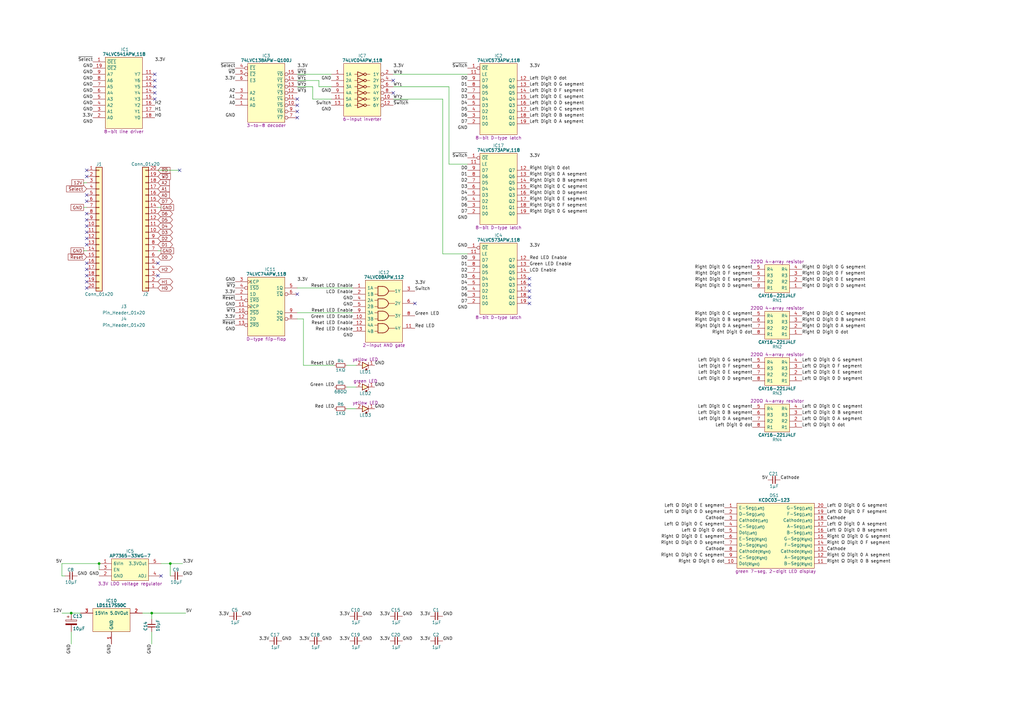
<source format=kicad_sch>
(kicad_sch (version 20231120) (generator "eeschema") (generator_version "8.0")
  (paper "A3")
  (title_block (title "Status Device Board") (date "2024-05-16") (rev "V1"))
  (lib_symbols
    (symbol "Bourns:CAY16-221J4LF" (pin_names (offset 0.762))
      (property "Reference" "RN" (at 10.16 5.08 0))
      (property "Value" "CAY16-221J4LF" (at 10.16 3.175 0))
      (property "Description" "220Ω 4-array resistor" (at 10.16 -10.795 0))
      (symbol "CAY16-221J4LF_0_0"
        (pin passive line (at 0 0 0) (length 5.08) (name "R1") (number "1"))
        (pin passive line (at 0 -2.54 0) (length 5.08) (name "R2") (number "2"))
        (pin passive line (at 0 -5.08 0) (length 5.08) (name "R3") (number "3"))
        (pin passive line (at 0 -7.62 0) (length 5.08) (name "R4") (number "4"))
        (pin passive line (at 20.32 -7.62 180) (length 5.08) (name "R4") (number "5"))
        (pin passive line (at 20.32 -5.08 180) (length 5.08) (name "R3") (number "6"))
        (pin passive line (at 20.32 -2.54 180) (length 5.08) (name "R2") (number "7"))
        (pin passive line (at 20.32 0 180) (length 5.08) (name "R1") (number "8"))
      )
    )
    (symbol "Connector_Generic:Conn_01x20" (pin_names (offset 1.016) hide)
      (property "Reference" "J" (at 0 25.4 0))
      (property "Value" "Conn_01x20" (at 0 -27.94 0))
      (symbol "Conn_01x20_1_1"
        (pin passive line (at -5.08 22.86 0) (length 3.81) (name "Pin_1") (number "1"))
        (pin passive line (at -5.08 0 0) (length 3.81) (name "Pin_10") (number "10"))
        (pin passive line (at -5.08 -2.54 0) (length 3.81) (name "Pin_11") (number "11"))
        (pin passive line (at -5.08 -5.08 0) (length 3.81) (name "Pin_12") (number "12"))
        (pin passive line (at -5.08 -7.62 0) (length 3.81) (name "Pin_13") (number "13"))
        (pin passive line (at -5.08 -10.16 0) (length 3.81) (name "Pin_14") (number "14"))
        (pin passive line (at -5.08 -12.7 0) (length 3.81) (name "Pin_15") (number "15"))
        (pin passive line (at -5.08 -15.24 0) (length 3.81) (name "Pin_16") (number "16"))
        (pin passive line (at -5.08 -17.78 0) (length 3.81) (name "Pin_17") (number "17"))
        (pin passive line (at -5.08 -20.32 0) (length 3.81) (name "Pin_18") (number "18"))
        (pin passive line (at -5.08 -22.86 0) (length 3.81) (name "Pin_19") (number "19"))
        (pin passive line (at -5.08 20.32 0) (length 3.81) (name "Pin_2") (number "2"))
        (pin passive line (at -5.08 -25.4 0) (length 3.81) (name "Pin_20") (number "20"))
        (pin passive line (at -5.08 17.78 0) (length 3.81) (name "Pin_3") (number "3"))
        (pin passive line (at -5.08 15.24 0) (length 3.81) (name "Pin_4") (number "4"))
        (pin passive line (at -5.08 12.7 0) (length 3.81) (name "Pin_5") (number "5"))
        (pin passive line (at -5.08 10.16 0) (length 3.81) (name "Pin_6") (number "6"))
        (pin passive line (at -5.08 7.62 0) (length 3.81) (name "Pin_7") (number "7"))
        (pin passive line (at -5.08 5.08 0) (length 3.81) (name "Pin_8") (number "8"))
        (pin passive line (at -5.08 2.54 0) (length 3.81) (name "Pin_9") (number "9"))
      )
    )
    (symbol "Diodes_Inc:AP7365-33WG-7" (pin_names (offset 0.762))
      (property "Reference" "IC" (at 12.7 5.08 0))
      (property "Value" "AP7365-33WG-7" (at 12.7 3.175 0))
      (property "Description" "3.3V LDO voltage regulator" (at 12.7 -8.255 0))
      (symbol "AP7365-33WG-7_0_0"
        (pin passive line (at 0 -5.08 0) (length 5.08) (name "GND") (number "2"))
        (pin input line (at 0 -2.54 0) (length 5.08) (name "EN") (number "3"))
        (pin passive line (at 25.4 -5.08 180) (length 5.08) (name "ADJ") (number "4"))
      )
      (symbol "AP7365-33WG-7_1_0"
        (pin passive line (at 0 0 0) (length 5.08) (name "6VIn") (number "1"))
        (pin passive line (at 25.4 0 180) (length 5.08) (name "3.3VOut") (number "5"))
      )
    )
    (symbol "HCP65:C_0805" (pin_numbers hide) (pin_names (offset 0.254) hide)
      (property "Reference" "C" (at 2.286 2.54 0))
      (property "Value" "?μF" (at 2.54 -2.54 0))
      (symbol "C_0805_1_1"
        (pin passive line (at 0 0 0) (length 2.032) (name "~") (number "1"))
        (pin passive line (at 5.08 0 180) (length 2.032) (name "~") (number "2"))
      )
    )
    (symbol "HCP65:C_Radial_D8.0mm_P3.80mm" (pin_numbers hide) (pin_names (offset 0.254))
      (property "Reference" "C" (at 0.635 2.54 0))
      (property "Value" "?μF" (at 0.635 -2.54 0))
      (symbol "C_Radial_D8.0mm_P3.80mm_1_1"
        (pin passive line (at 0 3.81 270) (length 2.794) (name "~") (number "1"))
        (pin passive line (at 0 -3.81 90) (length 2.794) (name "~") (number "2"))
      )
    )
    (symbol "HCP65:Pin_Header_01x32" (pin_names (offset 1.016) hide)
      (property "Reference" "J" (at 0 1.27 0))
      (property "Value" "Pin_Header_01x32" (at 0 -1.27 0))
    )
    (symbol "HCP65:R_0805" (pin_numbers hide) (pin_names hide)
      (property "Reference" "R" (at 2.54 1.778 0))
      (property "Value" "?Ω" (at 2.54 -1.905 0))
      (symbol "R_0805_1_1"
        (pin passive line (at 0 0 0) (length 0.72) (name "~") (number "1"))
        (pin passive line (at 5.08 0 180) (length 0.72) (name "~") (number "2"))
      )
    )
    (symbol "Kingbright:KCDC03-123" (pin_names (offset 0.762))
      (property "Reference" "DS" (at 20.32 5.08 0))
      (property "Value" "KCDC03-123" (at 20.32 3.175 0))
      (property "Description" "green 7-seg, 2-digit LED display" (at 20.955 -26.035 0))
      (symbol "KCDC03-123_0_0"
        (pin input line (at 0 0 0) (length 5.08) (name "E-Seg_{(Left)}") (number "1"))
        (pin input line (at 0 -22.86 0) (length 5.08) (name "Dot_{(Right)}") (number "10"))
        (pin input line (at 41.91 -22.86 180) (length 5.08) (name "B-Seg_{(Right)}") (number "11"))
        (pin input line (at 41.91 -20.32 180) (length 5.08) (name "A-Seg_{(Right)}") (number "12"))
        (pin passive line (at 41.91 -17.78 180) (length 5.08) (name "Cathode_{(Right)}") (number "13"))
        (pin input line (at 41.91 -15.24 180) (length 5.08) (name "F-Seg_{(Right)}") (number "14"))
        (pin input line (at 41.91 -12.7 180) (length 5.08) (name "G-Seg_{(Right)}") (number "15"))
        (pin input line (at 41.91 -10.16 180) (length 5.08) (name "B-Seg_{(Left)}") (number "16"))
        (pin input line (at 41.91 -7.62 180) (length 5.08) (name "A-Seg_{(Left)}") (number "17"))
        (pin passive line (at 41.91 -5.08 180) (length 5.08) (name "Cathode_{(Left)}") (number "18"))
        (pin input line (at 41.91 -2.54 180) (length 5.08) (name "F-Seg_{(Left)}") (number "19"))
        (pin input line (at 0 -2.54 0) (length 5.08) (name "D-Seg_{(Left)}") (number "2"))
        (pin input line (at 41.91 0 180) (length 5.08) (name "G-Seg_{(Left)}") (number "20"))
        (pin passive line (at 0 -5.08 0) (length 5.08) (name "Cathode_{(Left)}") (number "3"))
        (pin input line (at 0 -7.62 0) (length 5.08) (name "C-Seg_{(Left)}") (number "4"))
        (pin input line (at 0 -10.16 0) (length 5.08) (name "Dot_{(Left)}") (number "5"))
        (pin input line (at 0 -12.7 0) (length 5.08) (name "E-Seg_{(Right)}") (number "6"))
        (pin input line (at 0 -15.24 0) (length 5.08) (name "D-Seg_{(Right)}") (number "7"))
        (pin passive line (at 0 -17.78 0) (length 5.08) (name "Cathode_{(Right)}") (number "8"))
        (pin input line (at 0 -20.32 0) (length 5.08) (name "C-Seg_{(Right)}") (number "9"))
      )
    )
    (symbol "Nexperia:74LVC04APW,118" (pin_names (offset 0.762))
      (property "Reference" "IC" (at 12.7 7.62 0))
      (property "Value" "74LVC04APW,118" (at 12.7 5.715 0))
      (property "Description" "6-input inverter" (at 12.7 -18.415 0))
      (symbol "74LVC04APW,118_0_0"
        (pin input line (at 0 0 0) (length 5.08) (name "1A") (number "1"))
        (pin output inverted (at 25.4 -10.16 180) (length 5.08) (name "5Y") (number "10"))
        (pin input line (at 0 -10.16 0) (length 5.08) (name "5A") (number "11"))
        (pin output inverted (at 25.4 -12.7 180) (length 5.08) (name "6Y") (number "12"))
        (pin input line (at 0 -12.7 0) (length 5.08) (name "6A") (number "13"))
        (pin passive line (at 25.4 2.54 180) (length 5.08) hide (name "3V") (number "14"))
        (pin output inverted (at 25.4 0 180) (length 5.08) (name "1Y") (number "2"))
        (pin input line (at 0 -2.54 0) (length 5.08) (name "2A") (number "3"))
        (pin output inverted (at 25.4 -2.54 180) (length 5.08) (name "2Y") (number "4"))
        (pin input line (at 0 -5.08 0) (length 5.08) (name "3A") (number "5"))
        (pin output inverted (at 25.4 -5.08 180) (length 5.08) (name "3Y") (number "6"))
        (pin passive line (at 0 -15.24 0) (length 5.08) hide (name "GND") (number "7"))
        (pin output inverted (at 25.4 -7.62 180) (length 5.08) (name "4Y") (number "8"))
        (pin input line (at 0 -7.62 0) (length 5.08) (name "4A") (number "9"))
      )
    )
    (symbol "Nexperia:74LVC08APW,112" (pin_names (offset 0.762))
      (property "Reference" "IC" (at 12.7 6.35 0))
      (property "Value" "74LVC08APW,112" (at 12.7 4.445 0))
      (property "Description" "2-input AND gate" (at 12.7 -23.495 0))
      (symbol "74LVC08APW,112_0_0"
        (pin input line (at 0 0 0) (length 5.08) (name "1A") (number "1"))
        (pin input line (at 0 -12.7 0) (length 5.08) (name "3B") (number "10"))
        (pin output line (at 25.4 -16.51 180) (length 5.08) (name "4Y") (number "11"))
        (pin input line (at 0 -15.24 0) (length 5.08) (name "4A") (number "12"))
        (pin input line (at 0 -17.78 0) (length 5.08) (name "4B") (number "13"))
        (pin passive line (at 25.4 1.27 180) (length 5.08) hide (name "3V") (number "14"))
        (pin input line (at 0 -2.54 0) (length 5.08) (name "1B") (number "2"))
        (pin passive line (at 25.4 -1.27 180) (length 5.08) (name "1Y") (number "3"))
        (pin input line (at 0 -5.08 0) (length 5.08) (name "2A") (number "4"))
        (pin input line (at 0 -7.62 0) (length 5.08) (name "2B") (number "5"))
        (pin output line (at 25.4 -6.35 180) (length 5.08) (name "2Y") (number "6"))
        (pin passive line (at 0 -20.32 0) (length 5.08) hide (name "GND") (number "7"))
        (pin output line (at 25.4 -11.43 180) (length 5.08) (name "3Y") (number "8"))
        (pin input line (at 0 -10.16 0) (length 5.08) (name "3A") (number "9"))
      )
    )
    (symbol "Nexperia:74LVC138APW-Q100J" (pin_names (offset 0.762))
      (property "Reference" "IC" (at 12.7 3.175 0))
      (property "Value" "74LVC138APW-Q100J" (at 12.7 1.27 0))
      (property "Description" "3-to-8 decoder" (at 12.7 -25.4 0))
      (symbol "74LVC138APW-Q100J_0_0"
        (pin input line (at 0 -17.145 0) (length 5.08) (name "A0") (number "1"))
        (pin output inverted (at 25.4 -17.145 180) (length 5.08) (name "~{Y5}") (number "10"))
        (pin output inverted (at 25.4 -14.605 180) (length 5.08) (name "~{Y4}") (number "11"))
        (pin output inverted (at 25.4 -12.065 180) (length 5.08) (name "~{Y3}") (number "12"))
        (pin output inverted (at 25.4 -9.525 180) (length 5.08) (name "~{Y2}") (number "13"))
        (pin output inverted (at 25.4 -6.985 180) (length 5.08) (name "~{Y1}") (number "14"))
        (pin output inverted (at 25.4 -4.445 180) (length 5.08) (name "~{Y0}") (number "15"))
        (pin passive line (at 25.4 -1.905 180) (length 5.08) hide (name "3V") (number "16"))
        (pin input line (at 0 -14.605 0) (length 5.08) (name "A1") (number "2"))
        (pin input line (at 0 -12.065 0) (length 5.08) (name "A2") (number "3"))
        (pin input line (at 0 -6.985 0) (length 5.08) (name "E3") (number "6"))
        (pin output inverted (at 25.4 -22.225 180) (length 5.08) (name "~{Y7}") (number "7"))
        (pin passive line (at 0 -22.225 0) (length 5.08) hide (name "GND") (number "8"))
        (pin output inverted (at 25.4 -19.685 180) (length 5.08) (name "~{Y6}") (number "9"))
      )
      (symbol "74LVC138APW-Q100J_1_0"
        (pin input inverted (at 0 -1.905 0) (length 5.08) (name "~{E1}") (number "4"))
        (pin input inverted (at 0 -4.445 0) (length 5.08) (name "~{E2}") (number "5"))
      )
    )
    (symbol "Nexperia:74LVC541APW,118" (pin_names (offset 0.762))
      (property "Reference" "IC" (at 11.43 5.08 0))
      (property "Value" "74LVC541APW,118" (at 3.81 3.175 0))
      (property "Description" "8-bit line driver" (at 12.7 -28.575 0))
      (symbol "74LVC541APW,118_0_0"
        (pin input line (at 0 0 0) (length 5.08) (name "~{OE1}") (number "1"))
        (pin passive line (at 0 -25.4 0) (length 5.08) hide (name "GND") (number "10"))
        (pin tri_state line (at 25.4 -5.08 180) (length 5.08) (name "Y7") (number "11"))
        (pin tri_state line (at 25.4 -7.62 180) (length 5.08) (name "Y6") (number "12"))
        (pin tri_state line (at 25.4 -10.16 180) (length 5.08) (name "Y5") (number "13"))
        (pin tri_state line (at 25.4 -12.7 180) (length 5.08) (name "Y4") (number "14"))
        (pin tri_state line (at 25.4 -15.24 180) (length 5.08) (name "Y3") (number "15"))
        (pin tri_state line (at 25.4 -17.78 180) (length 5.08) (name "Y2") (number "16"))
        (pin tri_state line (at 25.4 -20.32 180) (length 5.08) (name "Y1") (number "17"))
        (pin tri_state line (at 25.4 -22.86 180) (length 5.08) (name "Y0") (number "18"))
        (pin input line (at 0 -2.54 0) (length 5.08) (name "~{OE2}") (number "19"))
        (pin input line (at 0 -22.86 0) (length 5.08) (name "A0") (number "2"))
        (pin passive line (at 25.4 0 180) (length 5.08) hide (name "3V") (number "20"))
        (pin input line (at 0 -20.32 0) (length 5.08) (name "A1") (number "3"))
        (pin input line (at 0 -17.78 0) (length 5.08) (name "A2") (number "4"))
        (pin input line (at 0 -15.24 0) (length 5.08) (name "A3") (number "5"))
        (pin input line (at 0 -12.7 0) (length 5.08) (name "A4") (number "6"))
        (pin input line (at 0 -10.16 0) (length 5.08) (name "A5") (number "7"))
        (pin input line (at 0 -7.62 0) (length 5.08) (name "A6") (number "8"))
        (pin input line (at 0 -5.08 0) (length 5.08) (name "A7") (number "9"))
      )
    )
    (symbol "Nexperia:74LVC573APW,118" (pin_names (offset 0.762))
      (property "Reference" "IC" (at 12.7 5.08 0))
      (property "Value" "74LVC573APW,118" (at 12.7 3.175 0))
      (property "Description" "8-bit D-type latch" (at 12.7 -28.575 0))
      (symbol "74LVC573APW,118_0_0"
        (pin input inverted (at 0 0 0) (length 5.08) (name "~{OE}") (number "1"))
        (pin passive line (at 0 -25.4 0) (length 5.08) hide (name "GND") (number "10"))
        (pin input line (at 0 -2.54 0) (length 5.08) (name "LE") (number "11"))
        (pin tri_state line (at 25.4 -5.08 180) (length 5.08) (name "Q7") (number "12"))
        (pin tri_state line (at 25.4 -7.62 180) (length 5.08) (name "Q6") (number "13"))
        (pin tri_state line (at 25.4 -10.16 180) (length 5.08) (name "Q5") (number "14"))
        (pin tri_state line (at 25.4 -12.7 180) (length 5.08) (name "Q4") (number "15"))
        (pin tri_state line (at 25.4 -15.24 180) (length 5.08) (name "Q3") (number "16"))
        (pin tri_state line (at 25.4 -17.78 180) (length 5.08) (name "Q2") (number "17"))
        (pin tri_state line (at 25.4 -20.32 180) (length 5.08) (name "Q1") (number "18"))
        (pin tri_state line (at 25.4 -22.86 180) (length 5.08) (name "Q0") (number "19"))
        (pin input line (at 0 -22.86 0) (length 5.08) (name "D0") (number "2"))
        (pin passive line (at 25.4 0 180) (length 5.08) hide (name "3V") (number "20"))
        (pin input line (at 0 -20.32 0) (length 5.08) (name "D1") (number "3"))
        (pin input line (at 0 -17.78 0) (length 5.08) (name "D2") (number "4"))
        (pin input line (at 0 -15.24 0) (length 5.08) (name "D3") (number "5"))
        (pin input line (at 0 -12.7 0) (length 5.08) (name "D4") (number "6"))
        (pin input line (at 0 -10.16 0) (length 5.08) (name "D5") (number "7"))
        (pin input line (at 0 -7.62 0) (length 5.08) (name "D6") (number "8"))
        (pin input line (at 0 -5.08 0) (length 5.08) (name "D7") (number "9"))
      )
    )
    (symbol "Nexperia:74LVC74APW,118" (pin_names (offset 0.762))
      (property "Reference" "IC" (at 12.065 5.08 0))
      (property "Value" "74LVC74APW,118" (at 12.7 3.175 0))
      (property "Description" "D-type flip-flop" (at 12.7 -23.495 0))
      (symbol "74LVC74APW,118_0_0"
        (pin input inverted (at 0 -7.62 0) (length 5.08) (name "~{1RD}") (number "1"))
        (pin input inverted (at 0 -12.7 0) (length 5.08) (name "~{2SD}") (number "10"))
        (pin input clock (at 0 -10.16 0) (length 5.08) (name "2CP") (number "11"))
        (pin input line (at 0 -15.24 0) (length 5.08) (name "2D") (number "12"))
        (pin input inverted (at 0 -17.78 0) (length 5.08) (name "~{2RD}") (number "13"))
        (pin passive line (at 25.4 0 180) (length 5.08) hide (name "3V") (number "14"))
        (pin input line (at 0 -5.08 0) (length 5.08) (name "1D") (number "2"))
        (pin input clock (at 0 0 0) (length 5.08) (name "1CP") (number "3"))
        (pin input inverted (at 0 -2.54 0) (length 5.08) (name "~{1SD}") (number "4"))
        (pin output line (at 25.4 -2.54 180) (length 5.08) (name "1Q") (number "5"))
        (pin output inverted (at 25.4 -5.08 180) (length 5.08) (name "~{1Q}") (number "6"))
        (pin passive line (at 0 -20.32 0) (length 5.08) hide (name "GND") (number "7"))
        (pin output inverted (at 25.4 -15.24 180) (length 5.08) (name "~{2Q}") (number "8"))
        (pin output line (at 25.4 -12.7 180) (length 5.08) (name "2Q") (number "9"))
      )
    )
    (symbol "ST_Microelectronics:LD1117S50C" (pin_names (offset 0.762))
      (property "Reference" "IC" (at 7.62 5.08 0))
      (property "Value" "LD1117S50C" (at 7.62 3.175 0))
      (symbol "LD1117S50C_0_0"
        (pin passive line (at 7.62 -12.7 90) (length 5.08) (name "GND") (number "1"))
      )
      (symbol "LD1117S50C_1_0"
        (pin passive line (at 20.32 0 180) (length 5.08) (name "5.0VOut") (number "2"))
        (pin passive line (at -5.08 0 0) (length 5.08) (name "15VIn") (number "3"))
        (pin no_connect line (at 10.16 -12.7 90) (length 5.08) hide (name "N.C") (number "4"))
      )
    )
    (symbol "Wurth_Elektronik:150224VS73100A" (pin_names (offset 0.762))
      (property "Reference" "LED" (at 0 1.905 0))
      (property "Description" "green LED" (at 0 -3.175 0))
      (symbol "150224VS73100A_0_0"
        (pin passive line (at -3.81 0 0) (length 2.54) (name "") (number "1"))
        (pin passive line (at 3.81 0 180) (length 2.54) (name "~") (number "2"))
      )
    )
    (symbol "Wurth_Elektronik:150224YS73100A" (pin_names (offset 0.762))
      (property "Reference" "LED" (at 0 1.905 0))
      (property "Description" "yellow LED" (at 0 -3.175 0))
      (symbol "150224YS73100A_0_0"
        (pin passive line (at -3.81 0 0) (length 2.54) (name "~") (number "1"))
        (pin passive line (at 3.81 0 180) (length 2.54) (name "~") (number "2"))
      )
    )
  )
  (junction (at 29.21 251.46))
  (junction (at 40.64 231.14))
  (junction (at 62.23 251.46))
  (junction (at 69.85 231.14))
  (no_connect (at 35.56 80.01))
  (no_connect (at 35.56 107.95))
  (no_connect (at 63.5 33.02))
  (no_connect (at 121.92 45.72))
  (no_connect (at 35.56 110.49))
  (no_connect (at 63.5 40.64))
  (no_connect (at 217.17 114.3))
  (no_connect (at 66.04 236.22))
  (no_connect (at 161.29 38.1))
  (no_connect (at 121.92 40.64))
  (no_connect (at 35.56 115.57))
  (no_connect (at 170.18 124.46))
  (no_connect (at 35.56 100.33))
  (no_connect (at 35.56 72.39))
  (no_connect (at 35.56 82.55))
  (no_connect (at 35.56 92.71))
  (no_connect (at 217.17 119.38))
  (no_connect (at 217.17 116.84))
  (no_connect (at 35.56 87.63))
  (no_connect (at 35.56 90.17))
  (no_connect (at 73.66 69.85))
  (no_connect (at 35.56 97.79))
  (no_connect (at 121.92 120.65))
  (no_connect (at 64.77 113.03))
  (no_connect (at 64.77 107.95))
  (no_connect (at 35.56 118.11))
  (no_connect (at 63.5 38.1))
  (no_connect (at 217.17 121.92))
  (no_connect (at 35.56 113.03))
  (no_connect (at 35.56 95.25))
  (no_connect (at 35.56 69.85))
  (no_connect (at 217.17 124.46))
  (no_connect (at 63.5 30.48))
  (no_connect (at 121.92 43.18))
  (no_connect (at 121.92 48.26))
  (no_connect (at 63.5 35.56))
  (no_connect (at 161.29 33.02))
  (wire (pts (xy 34.29 74.93) (xy 35.56 74.93)))
  (wire (pts (xy 142.24 149.86) (xy 146.05 149.86)))
  (wire (pts (xy 130.81 33.02) (xy 130.81 35.56)))
  (wire (pts (xy 142.24 158.75) (xy 146.05 158.75)))
  (wire (pts (xy 62.23 251.46) (xy 62.23 254)))
  (wire (pts (xy 184.15 67.31) (xy 191.77 67.31)))
  (wire (pts (xy 124.46 130.81) (xy 124.46 149.86)))
  (wire (pts (xy 121.92 35.56) (xy 128.27 35.56)))
  (wire (pts (xy 62.23 251.46) (xy 76.2 251.46)))
  (wire (pts (xy 69.85 236.22) (xy 69.85 231.14)))
  (wire (pts (xy 142.24 167.64) (xy 146.05 167.64)))
  (wire (pts (xy 121.92 33.02) (xy 130.81 33.02)))
  (wire (pts (xy 161.29 40.64) (xy 181.61 40.64)))
  (wire (pts (xy 25.4 231.14) (xy 40.64 231.14)))
  (wire (pts (xy 34.29 85.09) (xy 35.56 85.09)))
  (wire (pts (xy 121.92 130.81) (xy 124.46 130.81)))
  (wire (pts (xy 58.42 251.46) (xy 62.23 251.46)))
  (wire (pts (xy 40.64 231.14) (xy 40.64 233.68)))
  (wire (pts (xy 121.92 30.48) (xy 135.89 30.48)))
  (wire (pts (xy 128.27 40.64) (xy 135.89 40.64)))
  (wire (pts (xy 161.29 30.48) (xy 191.77 30.48)))
  (wire (pts (xy 29.21 264.16) (xy 29.21 259.08)))
  (wire (pts (xy 62.23 259.08) (xy 62.23 264.16)))
  (wire (pts (xy 121.92 128.27) (xy 144.78 128.27)))
  (wire (pts (xy 66.04 231.14) (xy 69.85 231.14)))
  (wire (pts (xy 64.77 69.85) (xy 73.66 69.85)))
  (wire (pts (xy 64.77 102.87) (xy 66.04 102.87)))
  (wire (pts (xy 25.4 251.46) (xy 29.21 251.46)))
  (wire (pts (xy 29.21 251.46) (xy 33.02 251.46)))
  (wire (pts (xy 25.4 231.14) (xy 25.4 236.22)))
  (wire (pts (xy 128.27 35.56) (xy 128.27 40.64)))
  (wire (pts (xy 181.61 104.14) (xy 191.77 104.14)))
  (wire (pts (xy 121.92 118.11) (xy 144.78 118.11)))
  (wire (pts (xy 181.61 40.64) (xy 181.61 104.14)))
  (wire (pts (xy 161.29 35.56) (xy 184.15 35.56)))
  (wire (pts (xy 124.46 149.86) (xy 137.16 149.86)))
  (wire (pts (xy 34.29 102.87) (xy 35.56 102.87)))
  (wire (pts (xy 130.81 35.56) (xy 135.89 35.56)))
  (wire (pts (xy 25.4 236.22) (xy 26.67 236.22)))
  (wire (pts (xy 64.77 85.09) (xy 66.04 85.09)))
  (wire (pts (xy 184.15 35.56) (xy 184.15 67.31)))
  (wire (pts (xy 69.85 231.14) (xy 74.93 231.14)))
  (label "5V" (at 76.2 251.46 0))
  (label "Right Digit 0 D segment" (at 217.17 80.01 0))
  (label "Left Digit 0 B segment" (at 308.61 170.18 180))
  (label "WY_{0}" (at 161.29 30.48 0))
  (label "D5" (at 191.77 119.38 180))
  (label "GND" (at 96.52 48.26 180))
  (label "Left Ω Digit 0 dot" (at 328.93 175.26 0))
  (label "3.3V" (at 176.53 262.89 180))
  (label "GND" (at 132.08 262.89 0))
  (label "Right Digit 0 F segment" (at 308.61 113.03 180))
  (label "A0" (at 96.52 43.18 180))
  (label "Right Ω Digit 0 dot" (at 297.18 231.14 180))
  (label "Green LED" (at 170.18 129.54 0))
  (label "Left Digit 0 dot" (at 217.17 33.02 0))
  (label "GND" (at 38.1 38.1 180))
  (label "Left Ω Digit 0 C segment" (at 328.93 167.64 0))
  (label "Green LED Enable" (at 144.78 130.81 180))
  (label "Cathode" (at 297.18 226.06 180))
  (label "12V" (at 25.4 251.46 180))
  (label "GND" (at 148.59 262.89 0))
  (label "D6" (at 191.77 48.26 180))
  (label "GND" (at 165.1 252.73 0))
  (label "GND" (at 38.1 45.72 180))
  (label "D1" (at 191.77 109.22 180))
  (label "GND" (at 74.93 236.22 0))
  (label "LCD Enable" (at 217.17 111.76 0))
  (label "GND" (at 96.52 125.73 180))
  (label "Right Ω Digit 0 E segment" (at 297.18 220.98 180))
  (label "Left Digit 0 dot" (at 308.61 175.26 180))
  (label "Left Digit 0 E segment" (at 308.61 153.67 180))
  (label "Right Ω Digit 0 A segment" (at 328.93 134.62 0))
  (label "D2" (at 191.77 74.93 180))
  (label "GND" (at 153.67 167.64 0))
  (label "Reset LCD Enable" (at 144.78 118.11 180))
  (label "D3" (at 191.77 77.47 180))
  (label "GND" (at 38.1 43.18 180))
  (label "GND" (at 62.23 264.16 270))
  (label "3.3V" (at 143.51 252.73 180))
  (label "D7" (at 191.77 87.63 180))
  (label "Left Ω Digit 0 G segment" (at 328.93 148.59 0))
  (label "GND" (at 191.77 53.34 180))
  (label "Right Digit 0 G segment" (at 217.17 87.63 0))
  (label "LCD Enable" (at 144.78 120.65 180))
  (label "Red LED Enable" (at 217.17 106.68 0))
  (label "Switch" (at 135.89 43.18 180))
  (label "Switch" (at 170.18 119.38 0))
  (label "GND" (at 135.89 38.1 180))
  (label "WY_{2}" (at 161.29 40.64 0))
  (label "GND" (at 144.78 123.19 180))
  (label "GND" (at 31.75 236.22 0))
  (label "D2" (at 191.77 38.1 180))
  (label "5V" (at 25.4 231.14 180))
  (label "D4" (at 191.77 80.01 180))
  (label "Right Digit 0 G segment" (at 308.61 110.49 180))
  (label "GND" (at 38.1 30.48 180))
  (label "~{Reset}" (at 96.52 133.35 180))
  (label "GND" (at 38.1 40.64 180))
  (label "3.3V" (at 217.17 101.6 0))
  (label "GND" (at 153.67 158.75 0))
  (label "GND" (at 29.21 264.16 270))
  (label "GND" (at 135.89 45.72 180))
  (label "3.3V" (at 38.1 48.26 180))
  (label "3.3V" (at 121.92 27.94 0))
  (label "3.3V" (at 96.52 130.81 180))
  (label "3.3V" (at 160.02 252.73 180))
  (label "GND" (at 148.59 252.73 0))
  (label "Right Ω Digit 0 F segment" (at 328.93 113.03 0))
  (label "Reset LED Enable" (at 144.78 128.27 180))
  (label "3.3V" (at 93.98 252.73 180))
  (label "D0" (at 191.77 106.68 180))
  (label "H1" (at 63.5 45.72 0))
  (label "Right Ω Digit 0 G segment" (at 339.09 220.98 0))
  (label "GND" (at 181.61 262.89 0))
  (label "GND" (at 40.64 236.22 180))
  (label "3.3V" (at 217.17 64.77 0))
  (label "~{Reset}" (at 96.52 123.19 180))
  (label "Right Ω Digit 0 dot" (at 328.93 137.16 0))
  (label "Right Digit 0 A segment" (at 217.17 72.39 0))
  (label "Right Ω Digit 0 G segment" (at 328.93 110.49 0))
  (label "Right Ω Digit 0 E segment" (at 328.93 115.57 0))
  (label "Left Digit 0 F segment" (at 217.17 38.1 0))
  (label "A1" (at 96.52 40.64 180))
  (label "~{Select}" (at 38.1 25.4 180))
  (label "GND" (at 191.77 90.17 180))
  (label "D1" (at 191.77 35.56 180))
  (label "Left Digit 0 G segment" (at 308.61 148.59 180))
  (label "Right Digit 0 B segment" (at 308.61 132.08 180))
  (label "D7" (at 191.77 50.8 180))
  (label "Left Ω Digit 0 G segment" (at 339.09 208.28 0))
  (label "Left Ω Digit 0 B segment" (at 339.09 218.44 0))
  (label "Left Ω Digit 0 A segment" (at 328.93 172.72 0))
  (label "Left Digit 0 C segment" (at 217.17 45.72 0))
  (label "Left Digit 0 D segment" (at 308.61 156.21 180))
  (label "GND" (at 115.57 262.89 0))
  (label "Left Digit 0 A segment" (at 217.17 50.8 0))
  (label "Right Digit 0 C segment" (at 217.17 77.47 0))
  (label "Right Ω Digit 0 F segment" (at 339.09 223.52 0))
  (label "Green LED" (at 137.16 158.75 180))
  (label "Left Ω Digit 0 E segment" (at 297.18 208.28 180))
  (label "GND" (at 45.72 264.16 270))
  (label "D4" (at 191.77 116.84 180))
  (label "Left Ω Digit 0 C segment" (at 297.18 215.9 180))
  (label "D4" (at 191.77 43.18 180))
  (label "3.3V" (at 96.52 120.65 180))
  (label "A2" (at 96.52 38.1 180))
  (label "3.3V" (at 121.92 115.57 0))
  (label "Left Digit 0 D segment" (at 217.17 43.18 0))
  (label "Right Digit 0 A segment" (at 308.61 134.62 180))
  (label "3.3V" (at 217.17 27.94 0))
  (label "Left Digit 0 E segment" (at 217.17 40.64 0))
  (label "D5" (at 191.77 45.72 180))
  (label "Left Digit 0 G segment" (at 217.17 35.56 0))
  (label "3.3V" (at 161.29 27.94 0))
  (label "Right Ω Digit 0 C segment" (at 328.93 129.54 0))
  (label "Right Digit 0 dot" (at 217.17 69.85 0))
  (label "3.3V" (at 160.02 262.89 180))
  (label "GND" (at 191.77 101.6 180))
  (label "~{WY_{0}}" (at 121.92 30.48 0))
  (label "D0" (at 191.77 33.02 180))
  (label "H2" (at 63.5 43.18 0))
  (label "~{WD}" (at 96.52 30.48 180))
  (label "H0" (at 63.5 48.26 0))
  (label "Left Digit 0 F segment" (at 308.61 151.13 180))
  (label "GND" (at 165.1 262.89 0))
  (label "Red LED" (at 137.16 167.64 180))
  (label "Red LED Enable" (at 144.78 135.89 180))
  (label "GND" (at 191.77 127 180))
  (label "Right Digit 0 D segment" (at 308.61 118.11 180))
  (label "GND" (at 181.61 252.73 0))
  (label "Left Ω Digit 0 A segment" (at 339.09 215.9 0))
  (label "Left Ω Digit 0 D segment" (at 328.93 156.21 0))
  (label "GND" (at 96.52 115.57 180))
  (label "3.3V" (at 74.93 231.14 0))
  (label "D3" (at 191.77 114.3 180))
  (label "Right Digit 0 F segment" (at 217.17 85.09 0))
  (label "D1" (at 191.77 72.39 180))
  (label "Left Ω Digit 0 D segment" (at 297.18 210.82 180))
  (label "~{WY_{2}}" (at 96.52 118.11 180))
  (label "~{Switch}" (at 191.77 64.77 180))
  (label "Right Ω Digit 0 A segment" (at 339.09 228.6 0))
  (label "Right Digit 0 dot" (at 308.61 137.16 180))
  (label "5V" (at 314.96 196.85 180))
  (label "Cathode" (at 339.09 213.36 0))
  (label "Right Ω Digit 0 C segment" (at 297.18 228.6 180))
  (label "~{WY_{2}}" (at 121.92 35.56 0))
  (label "Left Digit 0 A segment" (at 308.61 172.72 180))
  (label "D7" (at 191.77 124.46 180))
  (label "3.3V" (at 127 262.89 180))
  (label "Reset LED" (at 137.16 149.86 180))
  (label "3.3V" (at 110.49 262.89 180))
  (label "Left Digit 0 C segment" (at 308.61 167.64 180))
  (label "Cathode" (at 297.18 213.36 180))
  (label "3.3V" (at 170.18 116.84 0))
  (label "~{Switch}" (at 161.29 43.18 0))
  (label "Left Digit 0 B segment" (at 217.17 48.26 0))
  (label "Right Ω Digit 0 B segment" (at 328.93 132.08 0))
  (label "Reset LED Enable" (at 144.78 133.35 180))
  (label "GND" (at 96.52 135.89 180))
  (label "D6" (at 191.77 121.92 180))
  (label "~{WY_{3}}" (at 121.92 38.1 0))
  (label "GND" (at 38.1 33.02 180))
  (label "D6" (at 191.77 85.09 180))
  (label "D3" (at 191.77 40.64 180))
  (label "Left Ω Digit 0 B segment" (at 328.93 170.18 0))
  (label "D5" (at 191.77 82.55 180))
  (label "Red LED" (at 170.18 134.62 0))
  (label "Right Digit 0 C segment" (at 308.61 129.54 180))
  (label "Cathode" (at 339.09 226.06 0))
  (label "GND" (at 153.67 149.86 0))
  (label "Right Digit 0 B segment" (at 217.17 74.93 0))
  (label "Left Ω Digit 0 F segment" (at 339.09 210.82 0))
  (label "GND" (at 38.1 50.8 180))
  (label "GND" (at 38.1 27.94 180))
  (label "Right Ω Digit 0 B segment" (at 339.09 231.14 0))
  (label "3.3V" (at 96.52 33.02 180))
  (label "3.3V" (at 143.51 262.89 180))
  (label "GND" (at 144.78 125.73 180))
  (label "~{WY_{3}}" (at 96.52 128.27 180))
  (label "Left Ω Digit 0 dot" (at 297.18 218.44 180))
  (label "GND" (at 144.78 138.43 180))
  (label "Right Digit 0 E segment" (at 217.17 82.55 0))
  (label "D2" (at 191.77 111.76 180))
  (label "~{Switch}" (at 191.77 27.94 180))
  (label "~{Select}" (at 96.52 27.94 180))
  (label "Green LED Enable" (at 217.17 109.22 0))
  (label "Right Ω Digit 0 D segment" (at 297.18 223.52 180))
  (label "3.3V" (at 63.5 25.4 0))
  (label "GND" (at 135.89 33.02 180))
  (label "GND" (at 38.1 35.56 180))
  (label "GND" (at 99.06 252.73 0))
  (label "Left Ω Digit 0 F segment" (at 328.93 151.13 0))
  (label "~{WY_{1}}" (at 121.92 33.02 0))
  (label "3.3V" (at 176.53 252.73 180))
  (label "D0" (at 191.77 69.85 180))
  (label "Left Ω Digit 0 E segment" (at 328.93 153.67 0))
  (label "Cathode" (at 320.04 196.85 0))
  (label "Right Digit 0 E segment" (at 308.61 115.57 180))
  (label "Right Ω Digit 0 D segment" (at 328.93 118.11 0))
  (label "WY_{1}" (at 161.29 35.56 0))
  (global_label "GND" (shape passive) (at 34.29 85.09 180) (property "Intersheetrefs" "${INTERSHEET_REFS}" (effects (hide yes))))
  (global_label "H0" (shape tri_state) (at 64.77 118.11 0) (property "Intersheetrefs" "${INTERSHEET_REFS}" (effects (hide yes))))
  (global_label "~{Select}" (shape input) (at 35.56 77.47 180) (property "Intersheetrefs" "${INTERSHEET_REFS}" (effects (hide yes))))
  (global_label "A2" (shape input) (at 64.77 74.93 0) (property "Intersheetrefs" "${INTERSHEET_REFS}" (effects (hide yes))))
  (global_label "GND" (shape passive) (at 66.04 85.09 0) (property "Intersheetrefs" "${INTERSHEET_REFS}" (effects (hide yes))))
  (global_label "~{Reset}" (shape input) (at 35.56 105.41 180) (property "Intersheetrefs" "${INTERSHEET_REFS}" (effects (hide yes))))
  (global_label "D6" (shape tri_state) (at 64.77 87.63 0) (property "Intersheetrefs" "${INTERSHEET_REFS}" (effects (hide yes))))
  (global_label "A1" (shape input) (at 64.77 77.47 0) (property "Intersheetrefs" "${INTERSHEET_REFS}" (effects (hide yes))))
  (global_label "~{WD}" (shape input) (at 64.77 72.39 0) (property "Intersheetrefs" "${INTERSHEET_REFS}" (effects (hide yes))))
  (global_label "~{RD}" (shape input) (at 64.77 69.85 0) (property "Intersheetrefs" "${INTERSHEET_REFS}" (effects (hide yes))))
  (global_label "D2" (shape tri_state) (at 64.77 97.79 0) (property "Intersheetrefs" "${INTERSHEET_REFS}" (effects (hide yes))))
  (global_label "D5" (shape tri_state) (at 64.77 90.17 0) (property "Intersheetrefs" "${INTERSHEET_REFS}" (effects (hide yes))))
  (global_label "GND" (shape passive) (at 66.04 102.87 0) (property "Intersheetrefs" "${INTERSHEET_REFS}" (effects (hide yes))))
  (global_label "D4" (shape tri_state) (at 64.77 92.71 0) (property "Intersheetrefs" "${INTERSHEET_REFS}" (effects (hide yes))))
  (global_label "D0" (shape tri_state) (at 64.77 105.41 0) (property "Intersheetrefs" "${INTERSHEET_REFS}" (effects (hide yes))))
  (global_label "H2" (shape tri_state) (at 64.77 110.49 0) (property "Intersheetrefs" "${INTERSHEET_REFS}" (effects (hide yes))))
  (global_label "A0" (shape input) (at 64.77 80.01 0) (property "Intersheetrefs" "${INTERSHEET_REFS}" (effects (hide yes))))
  (global_label "D1" (shape tri_state) (at 64.77 100.33 0) (property "Intersheetrefs" "${INTERSHEET_REFS}" (effects (hide yes))))
  (global_label "GND" (shape passive) (at 34.29 102.87 180) (property "Intersheetrefs" "${INTERSHEET_REFS}" (effects (hide yes))))
  (global_label "D7" (shape tri_state) (at 64.77 82.55 0) (property "Intersheetrefs" "${INTERSHEET_REFS}" (effects (hide yes))))
  (global_label "H1" (shape tri_state) (at 64.77 115.57 0) (property "Intersheetrefs" "${INTERSHEET_REFS}" (effects (hide yes))))
  (global_label "D3" (shape tri_state) (at 64.77 95.25 0) (property "Intersheetrefs" "${INTERSHEET_REFS}" (effects (hide yes))))
  (global_label "12V" (shape passive) (at 34.29 74.93 180) (property "Intersheetrefs" "${INTERSHEET_REFS}" (effects (hide yes))))
  (symbol (lib_id "Nexperia:74LVC138APW-Q100J") (at 96.52 26.035 0) (unit 1)
    (property "Reference" "IC3" (at 109.22 22.86 0))
    (property "Value" "74LVC138APW-Q100J" (at 109.22 24.765 0) (effects (font (bold yes))))
    (property "Footprint" "SamacSys_Parts:SOP65P640X110-16N" (effects (hide yes)))
    (property "Datasheet" "https://assets.nexperia.com/documents/data-sheet/74LVC138A_Q100.pdf" (effects (hide yes)))
    (property "Description" "3-to-8 decoder" (at 109.22 51.435 0))
    (property "Height" "1.1" (effects (hide yes)))
    (property "Mouser Part Number" "771-74LVC138APWQ100J" (effects (hide yes)))
    (property "Mouser Price/Stock" "https://www.mouser.co.uk/ProductDetail/Nexperia/74LVC138APW-Q100J?qs=fi7yB2oewZnXKE82xo%252BhJQ%3D%3D" (effects (hide yes)))
    (property "Manufacturer_Name" "Nexperia" (effects (hide yes)))
    (property "Manufacturer_Part_Number" "74LVC138APW-Q100J" (effects (hide yes)))
    (property "Silkscreen" "74LVC138" (effects (hide yes)))
  )
  (symbol (lib_id "HCP65:R_0805") (at 137.16 158.75 0) (unit 1)
    (property "Reference" "R5" (at 139.7 156.972 0))
    (property "Value" "680Ω" (at 139.7 160.655 0))
    (property "Footprint" "SamacSys_Parts:R_0805" (effects (hide yes)))
  )
  (symbol (lib_id "HCP65:C_0805") (at 127 262.89 0) (unit 1)
    (property "Reference" "C18" (at 129.286 260.35 0))
    (property "Value" "1μF" (at 129.54 265.43 0))
    (property "Footprint" "SamacSys_Parts:C_0805" (effects (hide yes)))
  )
  (symbol (lib_id "HCP65:Pin_Header_01x32") (at 50.8 132.08 0) (unit 1)
    (property "Reference" "J4" (at 50.8 130.81 0))
    (property "Value" "Pin_Header_01x20" (at 50.8 133.35 0))
    (property "Footprint" "SamacSys_Parts:PinHeader_1x20_P2.54mm_Vertical" (effects (hide yes)))
  )
  (symbol (lib_id "Connector_Generic:Conn_01x20") (at 59.69 95.25 180) (unit 1)
    (property "Reference" "J2" (at 59.69 120.65 0))
    (property "Value" "Conn_01x20" (at 59.69 67.31 0))
    (property "Footprint" "SamacSys_Parts:SIP_20_Pins" (effects (hide yes)))
    (property "Description" "Generic connector, single row, 01x20, script generated (kicad-library-utils/schlib/autogen/connector/)" (effects (hide yes)))
  )
  (symbol (lib_id "HCP65:R_0805") (at 137.16 149.86 0) (unit 1)
    (property "Reference" "R4" (at 139.7 148.082 0))
    (property "Value" "1KΩ" (at 139.7 151.765 0))
    (property "Footprint" "SamacSys_Parts:R_0805" (effects (hide yes)))
  )
  (symbol (lib_id "HCP65:C_0805") (at 314.96 196.85 0) (unit 1)
    (property "Reference" "C21" (at 317.246 194.31 0))
    (property "Value" "1µF" (at 317.5 199.39 0))
    (property "Footprint" "SamacSys_Parts:C_0805" (effects (hide yes)))
  )
  (symbol (lib_id "HCP65:Pin_Header_01x32") (at 50.8 127 0) (mirror y) (unit 1)
    (property "Reference" "J3" (at 50.8 125.73 0))
    (property "Value" "Pin_Header_01x20" (at 50.8 128.27 0))
    (property "Footprint" "SamacSys_Parts:PinHeader_1x20_P2.54mm_Vertical" (effects (hide yes)))
  )
  (symbol (lib_id "Kingbright:KCDC03-123") (at 297.18 208.28 0) (unit 1)
    (property "Reference" "DS1" (at 317.5 203.2 0))
    (property "Value" "KCDC03-123" (at 317.5 205.105 0) (effects (font (bold yes))))
    (property "Footprint" "SamacSys_Parts:KCDC03123" (effects (hide yes)))
    (property "Datasheet" "http://www.kingbright.com/attachments/file/psearch/000/00/20160808bak/KCDC03-123(Ver.10A).pdf" (effects (hide yes)))
    (property "Description" "green 7-seg, 2-digit LED display" (at 318.135 234.315 0))
    (property "Height" "4.1" (effects (hide yes)))
    (property "Manufacturer_Name" "Kingbright" (effects (hide yes)))
    (property "Manufacturer_Part_Number" "KCDC03-123" (effects (hide yes)))
    (property "Mouser Part Number" "N/A" (effects (hide yes)))
    (property "Mouser Price/Stock" "http://www.mouser.com/Search/ProductDetail.aspx?qs=2JU0tDl2GZ3i3Ngnh7RV3w%3d%3d" (effects (hide yes)))
    (property "Silkscreen" "KCDC03-123" (effects (hide yes)))
  )
  (symbol (lib_id "Connector_Generic:Conn_01x20") (at 40.64 92.71 0) (unit 1)
    (property "Reference" "J1" (at 40.64 67.31 0))
    (property "Value" "Conn_01x20" (at 40.64 120.65 0))
    (property "Footprint" "SamacSys_Parts:SIP_20_Pins" (effects (hide yes)))
    (property "Description" "Generic connector, single row, 01x20, script generated (kicad-library-utils/schlib/autogen/connector/)" (effects (hide yes)))
  )
  (symbol (lib_id "HCP65:C_0805") (at 110.49 262.89 0) (unit 1)
    (property "Reference" "C17" (at 112.776 260.35 0))
    (property "Value" "1μF" (at 113.03 265.43 0))
    (property "Footprint" "SamacSys_Parts:C_0805" (effects (hide yes)))
  )
  (symbol (lib_id "Bourns:CAY16-221J4LF") (at 328.93 137.16 180) (unit 1)
    (property "Reference" "RN2" (at 318.77 142.24 0))
    (property "Value" "CAY16-221J4LF" (at 318.77 140.335 0) (effects (font (bold yes))))
    (property "Footprint" "SamacSys_Parts:CAY16-F4" (effects (hide yes)))
    (property "Datasheet" "https://www.bourns.com/docs/Product-Datasheets/CATCAY.pdf" (effects (hide yes)))
    (property "Description" "220Ω 4-array resistor" (at 318.77 126.365 0))
    (property "Height" "0.6" (effects (hide yes)))
    (property "Manufacturer_Name" "Bourns" (effects (hide yes)))
    (property "Manufacturer_Part_Number" "CAY16-221J4LF" (effects (hide yes)))
    (property "Mouser Part Number" "652-CAY16-221J4LF" (effects (hide yes)))
    (property "Mouser Price/Stock" "https://www.mouser.co.uk/ProductDetail/Bourns/CAY16-221J4LF?qs=BKfsZh40Pd9sAo64tUrb9Q%3D%3D" (effects (hide yes)))
    (property "Arrow Part Number" "CAY16-221J4LF" (effects (hide yes)))
    (property "Arrow Price/Stock" "https://www.arrow.com/en/products/cay16-221j4lf/bourns?region=nac" (effects (hide yes)))
    (property "Silkscreen" "220Ω" (effects (hide yes)))
    (property "Garbage" "Bourns CAY16 Series 220 +/-5% Isolated SMT Resistor Array, 4 Resistors, 0.25W total 1206 (3216M) package Convex" (effects (hide yes)))
  )
  (symbol (lib_id "Nexperia:74LVC541APW,118") (at 38.1 25.4 0) (unit 1)
    (property "Reference" "IC1" (at 49.53 20.32 0) (effects (justify left)))
    (property "Value" "74LVC541APW,118" (at 41.91 22.225 0) (effects (font (bold yes)) (justify left)))
    (property "Footprint" "SamacSys_Parts:SOP65P640X110-20N" (effects (hide yes)))
    (property "Datasheet" "https://assets.nexperia.com/documents/data-sheet/74LVC541A.pdf" (effects (hide yes)))
    (property "Description" "8-bit line driver" (at 50.8 53.975 0))
    (property "Height" "1.1" (effects (hide yes)))
    (property "Mouser Part Number" "771-74LVC541APW-T" (effects (hide yes)))
    (property "Mouser Price/Stock" "https://www.mouser.co.uk/ProductDetail/Nexperia/74LVC541APW118?qs=me8TqzrmIYXvoPByM7nnJQ%3D%3D" (effects (hide yes)))
    (property "Manufacturer_Name" "Nexperia" (effects (hide yes)))
    (property "Manufacturer_Part_Number" "74LVC541APW,118" (effects (hide yes)))
    (property "Silkscreen" "74LVC541" (effects (hide yes)))
    (property "Garbage" "74LVC541A - Octal buffer/line driver with 5 V tolerant inputs/outputs; 3-state@en-us" (effects (hide yes)))
  )
  (symbol (lib_id "HCP65:R_0805") (at 137.16 167.64 0) (unit 1)
    (property "Reference" "R6" (at 139.7 165.862 0))
    (property "Value" "1KΩ" (at 139.7 169.545 0))
    (property "Footprint" "SamacSys_Parts:R_0805" (effects (hide yes)))
  )
  (symbol (lib_id "Nexperia:74LVC573APW,118") (at 191.77 64.77 0) (unit 1)
    (property "Reference" "IC17" (at 204.47 59.69 0))
    (property "Value" "74LVC573APW,118" (at 204.47 61.595 0) (effects (font (bold yes))))
    (property "Footprint" "SamacSys_Parts:SOP65P640X110-20N" (effects (hide yes)))
    (property "Datasheet" "https://assets.nexperia.com/documents/data-sheet/74LVC573A.pdf" (effects (hide yes)))
    (property "Description" "8-bit D-type latch" (at 204.47 93.345 0))
    (property "Height" "1.1" (effects (hide yes)))
    (property "Mouser Part Number" "771-74LVC573APW-T" (effects (hide yes)))
    (property "Mouser Price/Stock" "https://www.mouser.co.uk/ProductDetail/Nexperia/74LVC573APW118/?qs=me8TqzrmIYU4mlL%252B5pgpig%3D%3D" (effects (hide yes)))
    (property "Manufacturer_Name" "Nexperia" (effects (hide yes)))
    (property "Manufacturer_Part_Number" "74LVC573APW,118" (effects (hide yes)))
    (property "Silkscreen" "74LVC573" (effects (hide yes)))
    (property "Garbage" "74LVC573A - Octal D-type transparent latch with 5 V tolerant inputs/outputs; 3-state@en-us" (effects (hide yes)))
  )
  (symbol (lib_id "HCP65:C_0805") (at 26.67 236.22 0) (unit 1)
    (property "Reference" "C8" (at 28.956 233.68 0))
    (property "Value" "10µF" (at 26.67 238.76 0) (effects (justify left)))
    (property "Footprint" "SamacSys_Parts:C_0805" (effects (hide yes)))
  )
  (symbol (lib_id "Nexperia:74LVC74APW,118") (at 96.52 115.57 0) (unit 1)
    (property "Reference" "IC11" (at 108.585 110.49 0) (effects (justify left)))
    (property "Value" "74LVC74APW,118" (at 109.22 112.395 0) (effects (font (bold yes))))
    (property "Footprint" "SamacSys_Parts:SOP65P640X110-14N" (effects (hide yes)))
    (property "Datasheet" "https://assets.nexperia.com/documents/data-sheet/74LVC74A.pdf" (effects (hide yes)))
    (property "Description" "D-type flip-flop" (at 109.22 139.065 0))
    (property "Height" "1.1" (effects (hide yes)))
    (property "Mouser Part Number" "771-74LVC74APW-T" (effects (hide yes)))
    (property "Mouser Price/Stock" "https://www.mouser.co.uk/ProductDetail/Nexperia/74LVC74APW118?qs=me8TqzrmIYVtXwVfet0lzw%3D%3D" (effects (hide yes)))
    (property "Manufacturer_Name" "Nexperia" (effects (hide yes)))
    (property "Manufacturer_Part_Number" "74LVC74APW,118" (effects (hide yes)))
    (property "Silkscreen" "74LVC74" (effects (hide yes)))
    (property "Garbage" "74LVC74A - Dual D-type flip-flop with set and reset; positive-edge trigger@en-us" (effects (hide yes)))
  )
  (symbol (lib_id "Nexperia:74LVC573APW,118") (at 191.77 101.6 0) (unit 1)
    (property "Reference" "IC4" (at 204.47 96.52 0))
    (property "Value" "74LVC573APW,118" (at 204.47 98.425 0) (effects (font (bold yes))))
    (property "Footprint" "SamacSys_Parts:SOP65P640X110-20N" (effects (hide yes)))
    (property "Datasheet" "https://assets.nexperia.com/documents/data-sheet/74LVC573A.pdf" (effects (hide yes)))
    (property "Description" "8-bit D-type latch" (at 204.47 130.175 0))
    (property "Height" "1.1" (effects (hide yes)))
    (property "Mouser Part Number" "771-74LVC573APW-T" (effects (hide yes)))
    (property "Mouser Price/Stock" "https://www.mouser.co.uk/ProductDetail/Nexperia/74LVC573APW118/?qs=me8TqzrmIYU4mlL%252B5pgpig%3D%3D" (effects (hide yes)))
    (property "Manufacturer_Name" "Nexperia" (effects (hide yes)))
    (property "Manufacturer_Part_Number" "74LVC573APW,118" (effects (hide yes)))
    (property "Silkscreen" "74LVC573" (effects (hide yes)))
    (property "Garbage" "74LVC573A - Octal D-type transparent latch with 5 V tolerant inputs/outputs; 3-state@en-us" (effects (hide yes)))
  )
  (symbol (lib_id "Diodes_Inc:AP7365-33WG-7") (at 40.64 231.14 0) (unit 1)
    (property "Reference" "IC5" (at 53.34 226.06 0))
    (property "Value" "AP7365-33WG-7" (at 53.34 227.965 0) (effects (font (bold yes))))
    (property "Footprint" "SamacSys_Parts:SOT95P285X130-5N" (effects (hide yes)))
    (property "Datasheet" "https://componentsearchengine.com/Datasheets/1/AP7365-33WG-7.pdf" (effects (hide yes)))
    (property "Description" "3.3V LDO voltage regulator" (at 53.34 239.395 0))
    (property "Height" "1.3" (effects (hide yes)))
    (property "Manufacturer_Name" "Diodes Inc." (effects (hide yes)))
    (property "Manufacturer_Part_Number" "AP7365-33WG-7" (effects (hide yes)))
    (property "Mouser Part Number" "621-AP7365-33WG-7" (effects (hide yes)))
    (property "Mouser Price/Stock" "https://www.mouser.co.uk/ProductDetail/Diodes-Incorporated/AP7365-33WG-7?qs=abZ1nkZpTuOZFvxvoFPL0w%3D%3D" (effects (hide yes)))
    (property "Arrow Part Number" "AP7365-33WG-7" (effects (hide yes)))
    (property "Arrow Price/Stock" "https://www.arrow.com/en/products/ap7365-33wg-7/diodes-incorporated?region=nac" (effects (hide yes)))
    (property "Silkscreen" "AP7365" (effects (hide yes)))
  )
  (symbol (lib_id "Bourns:CAY16-221J4LF") (at 328.93 175.26 180) (unit 1)
    (property "Reference" "RN4" (at 318.77 180.34 0))
    (property "Value" "CAY16-221J4LF" (at 318.77 178.435 0) (effects (font (bold yes))))
    (property "Footprint" "SamacSys_Parts:CAY16-F4" (effects (hide yes)))
    (property "Datasheet" "https://www.bourns.com/docs/Product-Datasheets/CATCAY.pdf" (effects (hide yes)))
    (property "Description" "220Ω 4-array resistor" (at 318.77 164.465 0))
    (property "Height" "0.6" (effects (hide yes)))
    (property "Manufacturer_Name" "Bourns" (effects (hide yes)))
    (property "Manufacturer_Part_Number" "CAY16-221J4LF" (effects (hide yes)))
    (property "Mouser Part Number" "652-CAY16-221J4LF" (effects (hide yes)))
    (property "Mouser Price/Stock" "https://www.mouser.co.uk/ProductDetail/Bourns/CAY16-221J4LF?qs=BKfsZh40Pd9sAo64tUrb9Q%3D%3D" (effects (hide yes)))
    (property "Arrow Part Number" "CAY16-221J4LF" (effects (hide yes)))
    (property "Arrow Price/Stock" "https://www.arrow.com/en/products/cay16-221j4lf/bourns?region=nac" (effects (hide yes)))
    (property "Silkscreen" "220Ω" (effects (hide yes)))
    (property "Garbage" "Bourns CAY16 Series 220 +/-5% Isolated SMT Resistor Array, 4 Resistors, 0.25W total 1206 (3216M) package Convex" (effects (hide yes)))
  )
  (symbol (lib_id "Nexperia:74LVC573APW,118") (at 191.77 27.94 0) (unit 1)
    (property "Reference" "IC2" (at 204.47 22.86 0))
    (property "Value" "74LVC573APW,118" (at 204.47 24.765 0) (effects (font (bold yes))))
    (property "Footprint" "SamacSys_Parts:SOP65P640X110-20N" (effects (hide yes)))
    (property "Datasheet" "https://assets.nexperia.com/documents/data-sheet/74LVC573A.pdf" (effects (hide yes)))
    (property "Description" "8-bit D-type latch" (at 204.47 56.515 0))
    (property "Height" "1.1" (effects (hide yes)))
    (property "Mouser Part Number" "771-74LVC573APW-T" (effects (hide yes)))
    (property "Mouser Price/Stock" "https://www.mouser.co.uk/ProductDetail/Nexperia/74LVC573APW118/?qs=me8TqzrmIYU4mlL%252B5pgpig%3D%3D" (effects (hide yes)))
    (property "Manufacturer_Name" "Nexperia" (effects (hide yes)))
    (property "Manufacturer_Part_Number" "74LVC573APW,118" (effects (hide yes)))
    (property "Silkscreen" "74LVC573" (effects (hide yes)))
    (property "Garbage" "74LVC573A - Octal D-type transparent latch with 5 V tolerant inputs/outputs; 3-state@en-us" (effects (hide yes)))
  )
  (symbol (lib_id "HCP65:C_0805") (at 176.53 252.73 0) (unit 1)
    (property "Reference" "C1" (at 178.816 250.19 0))
    (property "Value" "1μF" (at 179.07 255.27 0))
    (property "Footprint" "SamacSys_Parts:C_0805" (effects (hide yes)))
  )
  (symbol (lib_id "HCP65:C_0805") (at 176.53 262.89 0) (unit 1)
    (property "Reference" "C2" (at 178.816 260.35 0))
    (property "Value" "1μF" (at 179.07 265.43 0))
    (property "Footprint" "SamacSys_Parts:C_0805" (effects (hide yes)))
  )
  (symbol (lib_id "HCP65:C_0805") (at 69.85 236.22 0) (unit 1)
    (property "Reference" "C9" (at 72.136 233.68 0))
    (property "Value" "10µF" (at 69.85 238.76 0) (effects (justify left)))
    (property "Footprint" "SamacSys_Parts:C_0805" (effects (hide yes)))
  )
  (symbol (lib_id "HCP65:C_0805") (at 93.98 252.73 0) (unit 1)
    (property "Reference" "C5" (at 96.266 250.19 0))
    (property "Value" "1μF" (at 96.52 255.27 0))
    (property "Footprint" "SamacSys_Parts:C_0805" (effects (hide yes)))
  )
  (symbol (lib_id "Nexperia:74LVC04APW,118") (at 135.89 30.48 0) (unit 1)
    (property "Reference" "IC7" (at 148.59 22.86 0))
    (property "Value" "74LVC04APW,118" (at 148.59 24.765 0) (effects (font (bold yes))))
    (property "Footprint" "SamacSys_Parts:SOP65P640X110-14N" (effects (hide yes)))
    (property "Datasheet" "https://assets.nexperia.com/documents/data-sheet/74LVC04A.pdf" (effects (hide yes)))
    (property "Description" "6-input inverter" (at 148.59 48.895 0))
    (property "Height" "1.1" (effects (hide yes)))
    (property "Manufacturer_Name" "Nexperia" (effects (hide yes)))
    (property "Manufacturer_Part_Number" "74LVC04APW,118" (effects (hide yes)))
    (property "Mouser Part Number" "771-74LVC04APW-T" (effects (hide yes)))
    (property "Mouser Price/Stock" "https://www.mouser.co.uk/ProductDetail/Nexperia/74LVC04APW118?qs=me8TqzrmIYUA5zXidd9%2F4g%3D%3D" (effects (hide yes)))
    (property "Silkscreen" "74LVC04" (effects (hide yes)))
  )
  (symbol (lib_id "HCP65:C_0805") (at 62.23 259.08 90) (unit 1)
    (property "Reference" "C14" (at 59.69 256.794 0))
    (property "Value" "10µF" (at 64.77 259.08 0) (effects (justify left)))
    (property "Footprint" "SamacSys_Parts:C_0805" (effects (hide yes)))
  )
  (symbol (lib_id "HCP65:C_Radial_D8.0mm_P3.80mm") (at 29.21 255.27 0) (unit 1)
    (property "Reference" "C13" (at 29.845 252.73 0) (effects (justify left)))
    (property "Value" "10μF" (at 29.845 257.81 0) (effects (justify left)))
    (property "Footprint" "Capacitor_THT:CP_Radial_D5.0mm_P2.00mm" (effects (hide yes)))
  )
  (symbol (lib_id "ST_Microelectronics:LD1117S50C") (at 38.1 251.46 0) (unit 1)
    (property "Reference" "IC10" (at 45.72 246.38 0))
    (property "Value" "LD1117S50C" (at 45.72 248.285 0) (effects (font (bold yes))))
    (property "Footprint" "SamacSys_Parts:LD1117S33C" (effects (hide yes)))
    (property "Datasheet" "https://www.st.com/resource/en/datasheet/ld1117.pdf" (effects (hide yes)))
    (property "Description" "IC: voltage regulator; LDO, linear, fixed; 5.0V; 0.95A; SOT223; SMD" (effects (hide yes)))
    (property "Height" "1.8" (effects (hide yes)))
    (property "Manufacturer_Name" "STMicroelectronics" (effects (hide yes)))
    (property "Manufacturer_Part_Number" "LD1117S50C" (effects (hide yes)))
    (property "Silkscreen" "LD1117S50" (effects (hide yes)))
    (property "Garbage" "IC: voltage regulator; LDO, linear, fixed; 5.0V; 0.95A; SOT223; SMD" (effects (hide yes)))
  )
  (symbol (lib_id "Wurth_Elektronik:150224YS73100A") (at 149.86 149.86 180) (unit 1)
    (property "Reference" "LED1" (at 149.86 151.765 0) (effects (justify bottom)))
    (property "Value" "150224YS73100A" (effects (hide yes)))
    (property "Footprint" "SamacSys_Parts:150224BS73100A" (effects (hide yes)))
    (property "Datasheet" "https://www.we-online.com/catalog/datasheet/150224BS73100A.pdf" (effects (hide yes)))
    (property "Description" "yellow LED" (at 149.86 146.685 0) (effects (justify bottom)))
    (property "Height" "1.41" (effects (hide yes)))
    (property "Manufacturer_Name" "Wurth Elektronik" (effects (hide yes)))
    (property "Silkscreen" "ylw" (effects (hide yes)))
    (property "Garbage" "Yellow LED" (effects (hide yes)))
  )
  (symbol (lib_id "Bourns:CAY16-221J4LF") (at 328.93 118.11 180) (unit 1)
    (property "Reference" "RN1" (at 318.77 123.19 0))
    (property "Value" "CAY16-221J4LF" (at 318.77 121.285 0) (effects (font (bold yes))))
    (property "Footprint" "SamacSys_Parts:CAY16-F4" (effects (hide yes)))
    (property "Datasheet" "https://www.bourns.com/docs/Product-Datasheets/CATCAY.pdf" (effects (hide yes)))
    (property "Description" "220Ω 4-array resistor" (at 318.77 107.315 0))
    (property "Height" "0.6" (effects (hide yes)))
    (property "Manufacturer_Name" "Bourns" (effects (hide yes)))
    (property "Manufacturer_Part_Number" "CAY16-221J4LF" (effects (hide yes)))
    (property "Mouser Part Number" "652-CAY16-221J4LF" (effects (hide yes)))
    (property "Mouser Price/Stock" "https://www.mouser.co.uk/ProductDetail/Bourns/CAY16-221J4LF?qs=BKfsZh40Pd9sAo64tUrb9Q%3D%3D" (effects (hide yes)))
    (property "Arrow Part Number" "CAY16-221J4LF" (effects (hide yes)))
    (property "Arrow Price/Stock" "https://www.arrow.com/en/products/cay16-221j4lf/bourns?region=nac" (effects (hide yes)))
    (property "Silkscreen" "220Ω" (effects (hide yes)))
    (property "Garbage" "Bourns CAY16 Series 220 +/-5% Isolated SMT Resistor Array, 4 Resistors, 0.25W total 1206 (3216M) package Convex" (effects (hide yes)))
  )
  (symbol (lib_id "Nexperia:74LVC08APW,112") (at 144.78 118.11 0) (unit 1)
    (property "Reference" "IC12" (at 157.48 111.76 0))
    (property "Value" "74LVC08APW,112" (at 157.48 113.665 0) (effects (font (bold yes))))
    (property "Footprint" "SamacSys_Parts:SOP65P640X110-14N" (effects (hide yes)))
    (property "Datasheet" "https://assets.nexperia.com/documents/data-sheet/74LVC08A.pdf" (effects (hide yes)))
    (property "Description" "2-input AND gate" (at 157.48 141.605 0))
    (property "Height" "1.1" (effects (hide yes)))
    (property "Manufacturer_Name" "Nexperia" (effects (hide yes)))
    (property "Manufacturer_Part_Number" "74LVC08APW,112" (effects (hide yes)))
    (property "Mouser Part Number" "771-74LVC08APW" (effects (hide yes)))
    (property "Mouser Price/Stock" "https://www.mouser.com/Search/Refine.aspx?Keyword=771-74LVC08APW" (effects (hide yes)))
    (property "Silkscreen" "74LVC08" (effects (hide yes)))
  )
  (symbol (lib_id "Bourns:CAY16-221J4LF") (at 328.93 156.21 180) (unit 1)
    (property "Reference" "RN3" (at 318.77 161.29 0))
    (property "Value" "CAY16-221J4LF" (at 318.77 159.385 0) (effects (font (bold yes))))
    (property "Footprint" "SamacSys_Parts:CAY16-F4" (effects (hide yes)))
    (property "Datasheet" "https://www.bourns.com/docs/Product-Datasheets/CATCAY.pdf" (effects (hide yes)))
    (property "Description" "220Ω 4-array resistor" (at 318.77 145.415 0))
    (property "Height" "0.6" (effects (hide yes)))
    (property "Manufacturer_Name" "Bourns" (effects (hide yes)))
    (property "Manufacturer_Part_Number" "CAY16-221J4LF" (effects (hide yes)))
    (property "Mouser Part Number" "652-CAY16-221J4LF" (effects (hide yes)))
    (property "Mouser Price/Stock" "https://www.mouser.co.uk/ProductDetail/Bourns/CAY16-221J4LF?qs=BKfsZh40Pd9sAo64tUrb9Q%3D%3D" (effects (hide yes)))
    (property "Arrow Part Number" "CAY16-221J4LF" (effects (hide yes)))
    (property "Arrow Price/Stock" "https://www.arrow.com/en/products/cay16-221j4lf/bourns?region=nac" (effects (hide yes)))
    (property "Silkscreen" "220Ω" (effects (hide yes)))
    (property "Garbage" "Bourns CAY16 Series 220 +/-5% Isolated SMT Resistor Array, 4 Resistors, 0.25W total 1206 (3216M) package Convex" (effects (hide yes)))
  )
  (symbol (lib_id "Wurth_Elektronik:150224VS73100A") (at 149.86 158.75 180) (unit 1)
    (property "Reference" "LED2" (at 149.86 160.655 0) (effects (justify bottom)))
    (property "Value" "150224VS73100A" (effects (hide yes)))
    (property "Footprint" "SamacSys_Parts:150224VS73100A" (effects (hide yes)))
    (property "Datasheet" "https://www.we-online.com/katalog/datasheet/150224VS73100A.pdf" (effects (hide yes)))
    (property "Description" "green LED" (at 149.86 155.575 0) (effects (justify bottom)))
    (property "Height" "1.41" (effects (hide yes)))
    (property "Manufacturer_Name" "Wurth Elektronik" (effects (hide yes)))
    (property "Manufacturer_Part_Number" "150224VS73100A" (effects (hide yes)))
    (property "Mouser Part Number" "710-150224VS73100A" (effects (hide yes)))
    (property "Mouser Price/Stock" "https://www.mouser.co.uk/ProductDetail/Wurth-Elektronik/150224VS73100A?qs=8Aam6%252B7C6HG2%2FfdOsQ%2FdNg%3D%3D" (effects (hide yes)))
    (property "Silkscreen" "grn" (effects (hide yes)))
    (property "Garbage" "Green LED" (effects (hide yes)))
  )
  (symbol (lib_id "HCP65:C_0805") (at 160.02 252.73 0) (unit 1)
    (property "Reference" "C15" (at 162.306 250.19 0))
    (property "Value" "1μF" (at 162.56 255.27 0))
    (property "Footprint" "SamacSys_Parts:C_0805" (effects (hide yes)))
  )
  (symbol (lib_id "HCP65:C_0805") (at 143.51 262.89 0) (unit 1)
    (property "Reference" "C19" (at 145.796 260.35 0))
    (property "Value" "1μF" (at 146.05 265.43 0))
    (property "Footprint" "SamacSys_Parts:C_0805" (effects (hide yes)))
  )
  (symbol (lib_id "HCP65:C_0805") (at 143.51 252.73 0) (unit 1)
    (property "Reference" "C10" (at 145.796 250.19 0))
    (property "Value" "1μF" (at 146.05 255.27 0))
    (property "Footprint" "SamacSys_Parts:C_0805" (effects (hide yes)))
  )
  (symbol (lib_id "HCP65:C_0805") (at 160.02 262.89 0) (unit 1)
    (property "Reference" "C20" (at 162.306 260.35 0))
    (property "Value" "1μF" (at 162.56 265.43 0))
    (property "Footprint" "SamacSys_Parts:C_0805" (effects (hide yes)))
  )
  (symbol (lib_id "Wurth_Elektronik:150224YS73100A") (at 149.86 167.64 180) (unit 1)
    (property "Reference" "LED3" (at 149.86 169.545 0) (effects (justify bottom)))
    (property "Value" "150224YS73100A" (effects (hide yes)))
    (property "Footprint" "SamacSys_Parts:150224BS73100A" (effects (hide yes)))
    (property "Datasheet" "https://www.we-online.com/catalog/datasheet/150224BS73100A.pdf" (effects (hide yes)))
    (property "Description" "yellow LED" (at 149.86 164.465 0) (effects (justify bottom)))
    (property "Height" "1.41" (effects (hide yes)))
    (property "Manufacturer_Name" "Wurth Elektronik" (effects (hide yes)))
    (property "Silkscreen" "ylw" (effects (hide yes)))
    (property "Garbage" "Yellow LED" (effects (hide yes)))
  )
)
</source>
